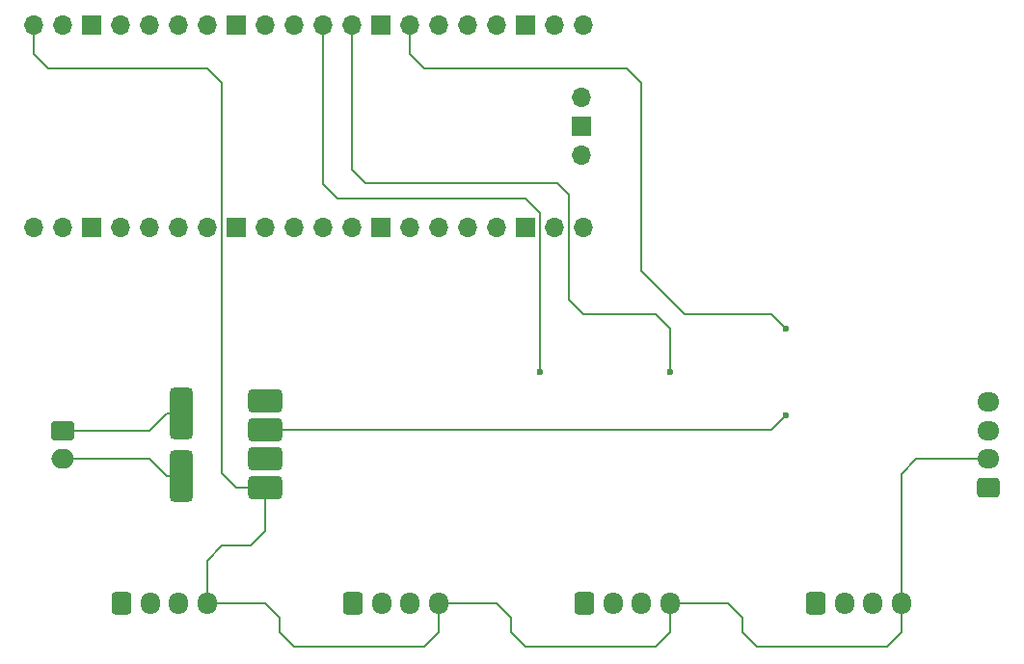
<source format=gbr>
%TF.GenerationSoftware,KiCad,Pcbnew,8.0.5*%
%TF.CreationDate,2025-02-28T15:20:49+09:00*%
%TF.ProjectId,PCB_Sim,5043425f-5369-46d2-9e6b-696361645f70,rev?*%
%TF.SameCoordinates,Original*%
%TF.FileFunction,Copper,L2,Bot*%
%TF.FilePolarity,Positive*%
%FSLAX46Y46*%
G04 Gerber Fmt 4.6, Leading zero omitted, Abs format (unit mm)*
G04 Created by KiCad (PCBNEW 8.0.5) date 2025-02-28 15:20:49*
%MOMM*%
%LPD*%
G01*
G04 APERTURE LIST*
G04 Aperture macros list*
%AMRoundRect*
0 Rectangle with rounded corners*
0 $1 Rounding radius*
0 $2 $3 $4 $5 $6 $7 $8 $9 X,Y pos of 4 corners*
0 Add a 4 corners polygon primitive as box body*
4,1,4,$2,$3,$4,$5,$6,$7,$8,$9,$2,$3,0*
0 Add four circle primitives for the rounded corners*
1,1,$1+$1,$2,$3*
1,1,$1+$1,$4,$5*
1,1,$1+$1,$6,$7*
1,1,$1+$1,$8,$9*
0 Add four rect primitives between the rounded corners*
20,1,$1+$1,$2,$3,$4,$5,0*
20,1,$1+$1,$4,$5,$6,$7,0*
20,1,$1+$1,$6,$7,$8,$9,0*
20,1,$1+$1,$8,$9,$2,$3,0*%
G04 Aperture macros list end*
%TA.AperFunction,ComponentPad*%
%ADD10RoundRect,0.250000X-0.600000X-0.725000X0.600000X-0.725000X0.600000X0.725000X-0.600000X0.725000X0*%
%TD*%
%TA.AperFunction,ComponentPad*%
%ADD11O,1.700000X1.950000*%
%TD*%
%TA.AperFunction,ComponentPad*%
%ADD12RoundRect,0.250000X-0.750000X0.600000X-0.750000X-0.600000X0.750000X-0.600000X0.750000X0.600000X0*%
%TD*%
%TA.AperFunction,ComponentPad*%
%ADD13O,2.000000X1.700000*%
%TD*%
%TA.AperFunction,ComponentPad*%
%ADD14RoundRect,0.328084X1.171916X0.671916X-1.171916X0.671916X-1.171916X-0.671916X1.171916X-0.671916X0*%
%TD*%
%TA.AperFunction,ComponentPad*%
%ADD15RoundRect,0.328084X0.671916X1.921916X-0.671916X1.921916X-0.671916X-1.921916X0.671916X-1.921916X0*%
%TD*%
%TA.AperFunction,ComponentPad*%
%ADD16O,1.700000X1.700000*%
%TD*%
%TA.AperFunction,ComponentPad*%
%ADD17R,1.700000X1.700000*%
%TD*%
%TA.AperFunction,ComponentPad*%
%ADD18RoundRect,0.250000X0.725000X-0.600000X0.725000X0.600000X-0.725000X0.600000X-0.725000X-0.600000X0*%
%TD*%
%TA.AperFunction,ComponentPad*%
%ADD19O,1.950000X1.700000*%
%TD*%
%TA.AperFunction,ViaPad*%
%ADD20C,0.600000*%
%TD*%
%TA.AperFunction,Conductor*%
%ADD21C,0.200000*%
%TD*%
G04 APERTURE END LIST*
D10*
%TO.P,J3,1,Pin_1*%
%TO.N,/GND*%
X134700000Y-116840000D03*
D11*
%TO.P,J3,2,Pin_2*%
%TO.N,/CLK2*%
X137200000Y-116840000D03*
%TO.P,J3,3,Pin_3*%
%TO.N,/DAT2*%
X139700000Y-116840000D03*
%TO.P,J3,4,Pin_4*%
%TO.N,/5V*%
X142200000Y-116840000D03*
%TD*%
D12*
%TO.P,J6,1,Pin_1*%
%TO.N,/SPK-*%
X109220000Y-101640000D03*
D13*
%TO.P,J6,2,Pin_2*%
%TO.N,/SPK+*%
X109220000Y-104140000D03*
%TD*%
D14*
%TO.P,PAM1,1,+V*%
%TO.N,/5V*%
X127000000Y-106680000D03*
%TO.P,PAM1,2,GND*%
%TO.N,/GND*%
X127000000Y-104140000D03*
%TO.P,PAM1,3,in+*%
%TO.N,Net-(PAM1-in+)*%
X127000000Y-101600000D03*
%TO.P,PAM1,4,in-*%
%TO.N,/GND*%
X127000000Y-99060000D03*
D15*
%TO.P,PAM1,5,SPK+*%
%TO.N,/SPK+*%
X119600000Y-105630000D03*
%TO.P,PAM1,6,SPK-*%
%TO.N,/SPK-*%
X119600000Y-100130000D03*
%TD*%
D10*
%TO.P,J5,1,Pin_1*%
%TO.N,/GND*%
X175340000Y-116840000D03*
D11*
%TO.P,J5,2,Pin_2*%
%TO.N,/CLK4*%
X177840000Y-116840000D03*
%TO.P,J5,3,Pin_3*%
%TO.N,/DAT4*%
X180340000Y-116840000D03*
%TO.P,J5,4,Pin_4*%
%TO.N,/5V*%
X182840000Y-116840000D03*
%TD*%
D10*
%TO.P,J2,1,Pin_1*%
%TO.N,/GND*%
X114380000Y-116840000D03*
D11*
%TO.P,J2,2,Pin_2*%
%TO.N,/CLK1*%
X116880000Y-116840000D03*
%TO.P,J2,3,Pin_3*%
%TO.N,/DAT1*%
X119380000Y-116840000D03*
%TO.P,J2,4,Pin_4*%
%TO.N,/5V*%
X121880000Y-116840000D03*
%TD*%
D10*
%TO.P,J4,1,Pin_1*%
%TO.N,/GND*%
X155020000Y-116840000D03*
D11*
%TO.P,J4,2,Pin_2*%
%TO.N,/CLK3*%
X157520000Y-116840000D03*
%TO.P,J4,3,Pin_3*%
%TO.N,/DAT3*%
X160020000Y-116840000D03*
%TO.P,J4,4,Pin_4*%
%TO.N,/5V*%
X162520000Y-116840000D03*
%TD*%
D16*
%TO.P,U1,1,GPIO0*%
%TO.N,unconnected-(U1-GPIO0-Pad1)*%
X106680000Y-83820000D03*
%TO.P,U1,2,GPIO1*%
%TO.N,unconnected-(U1-GPIO1-Pad2)_1*%
X109220000Y-83820000D03*
D17*
%TO.P,U1,3,GND*%
%TO.N,unconnected-(U1-GND-Pad3)_1*%
X111760000Y-83820000D03*
D16*
%TO.P,U1,4,GPIO2*%
%TO.N,/CLK1*%
X114300000Y-83820000D03*
%TO.P,U1,5,GPIO3*%
%TO.N,/DAT1*%
X116840000Y-83820000D03*
%TO.P,U1,6,GPIO4*%
%TO.N,/CLK2*%
X119380000Y-83820000D03*
%TO.P,U1,7,GPIO5*%
%TO.N,/DAT2*%
X121920000Y-83820000D03*
D17*
%TO.P,U1,8,GND*%
%TO.N,unconnected-(U1-GND-Pad8)*%
X124460000Y-83820000D03*
D16*
%TO.P,U1,9,GPIO6*%
%TO.N,/CLK3*%
X127000000Y-83820000D03*
%TO.P,U1,10,GPIO7*%
%TO.N,/DAT3*%
X129540000Y-83820000D03*
%TO.P,U1,11,GPIO8*%
%TO.N,/CLK4*%
X132080000Y-83820000D03*
%TO.P,U1,12,GPIO9*%
%TO.N,/DAT4*%
X134620000Y-83820000D03*
D17*
%TO.P,U1,13,GND*%
%TO.N,unconnected-(U1-GND-Pad13)*%
X137160000Y-83820000D03*
D16*
%TO.P,U1,14,GPIO10*%
%TO.N,unconnected-(U1-GPIO10-Pad14)_1*%
X139700000Y-83820000D03*
%TO.P,U1,15,GPIO11*%
%TO.N,unconnected-(U1-GPIO11-Pad15)_1*%
X142240000Y-83820000D03*
%TO.P,U1,16,GPIO12*%
%TO.N,/PTMR*%
X144780000Y-83820000D03*
%TO.P,U1,17,GPIO13*%
%TO.N,/PRMT*%
X147320000Y-83820000D03*
D17*
%TO.P,U1,18,GND*%
%TO.N,unconnected-(U1-GND-Pad18)_1*%
X149860000Y-83820000D03*
D16*
%TO.P,U1,19,GPIO14*%
%TO.N,unconnected-(U1-GPIO14-Pad19)_1*%
X152400000Y-83820000D03*
%TO.P,U1,20,GPIO15*%
%TO.N,unconnected-(U1-GPIO15-Pad20)_1*%
X154940000Y-83820000D03*
%TO.P,U1,21,GPIO16*%
%TO.N,unconnected-(U1-GPIO16-Pad21)*%
X154940000Y-66040000D03*
%TO.P,U1,22,GPIO17*%
%TO.N,unconnected-(U1-GPIO17-Pad22)_1*%
X152400000Y-66040000D03*
D17*
%TO.P,U1,23,GND*%
%TO.N,unconnected-(U1-GND-Pad23)_1*%
X149860000Y-66040000D03*
D16*
%TO.P,U1,24,GPIO18*%
%TO.N,unconnected-(U1-GPIO18-Pad24)*%
X147320000Y-66040000D03*
%TO.P,U1,25,GPIO19*%
%TO.N,unconnected-(U1-GPIO19-Pad25)_1*%
X144780000Y-66040000D03*
%TO.P,U1,26,GPIO20*%
%TO.N,unconnected-(U1-GPIO20-Pad26)*%
X142240000Y-66040000D03*
%TO.P,U1,27,GPIO21*%
%TO.N,/O_SPK*%
X139700000Y-66040000D03*
D17*
%TO.P,U1,28,GND*%
%TO.N,unconnected-(U1-GND-Pad28)_1*%
X137160000Y-66040000D03*
D16*
%TO.P,U1,29,GPIO22*%
%TO.N,/READY_LED*%
X134620000Y-66040000D03*
%TO.P,U1,30,RUN*%
%TO.N,/RESET_SW*%
X132080000Y-66040000D03*
%TO.P,U1,31,GPIO26_ADC0*%
%TO.N,unconnected-(U1-GPIO26_ADC0-Pad31)_1*%
X129540000Y-66040000D03*
%TO.P,U1,32,GPIO27_ADC1*%
%TO.N,unconnected-(U1-GPIO27_ADC1-Pad32)*%
X127000000Y-66040000D03*
D17*
%TO.P,U1,33,AGND*%
%TO.N,unconnected-(U1-AGND-Pad33)_1*%
X124460000Y-66040000D03*
D16*
%TO.P,U1,34,GPIO28_ADC2*%
%TO.N,unconnected-(U1-GPIO28_ADC2-Pad34)*%
X121920000Y-66040000D03*
%TO.P,U1,35,ADC_VREF*%
%TO.N,unconnected-(U1-ADC_VREF-Pad35)_1*%
X119380000Y-66040000D03*
%TO.P,U1,36,3V3*%
%TO.N,unconnected-(U1-3V3-Pad36)*%
X116840000Y-66040000D03*
%TO.P,U1,37,3V3_EN*%
%TO.N,unconnected-(U1-3V3_EN-Pad37)_1*%
X114300000Y-66040000D03*
D17*
%TO.P,U1,38,GND*%
%TO.N,/GND*%
X111760000Y-66040000D03*
D16*
%TO.P,U1,39,VSYS*%
%TO.N,unconnected-(U1-VSYS-Pad39)_1*%
X109220000Y-66040000D03*
%TO.P,U1,40,VBUS*%
%TO.N,/5V*%
X106680000Y-66040000D03*
%TO.P,U1,41,SWCLK*%
%TO.N,unconnected-(U1-SWCLK-Pad41)_1*%
X154710000Y-77470000D03*
D17*
%TO.P,U1,42,GND*%
%TO.N,unconnected-(U1-GND-Pad42)_1*%
X154710000Y-74930000D03*
D16*
%TO.P,U1,43,SWDIO*%
%TO.N,unconnected-(U1-SWDIO-Pad43)_1*%
X154710000Y-72390000D03*
%TD*%
D18*
%TO.P,J1,1,Pin_1*%
%TO.N,/GND*%
X190500000Y-106640000D03*
D19*
%TO.P,J1,2,Pin_2*%
%TO.N,/5V*%
X190500000Y-104140000D03*
%TO.P,J1,3,Pin_3*%
%TO.N,/PTMR*%
X190500000Y-101640000D03*
%TO.P,J1,4,Pin_4*%
%TO.N,/PRMT*%
X190500000Y-99140000D03*
%TD*%
D20*
%TO.N,/RESET_SW*%
X151130000Y-96520000D03*
%TO.N,/O_SPK*%
X172720000Y-92710000D03*
%TO.N,/READY_LED*%
X162560000Y-96520000D03*
%TO.N,Net-(PAM1-in+)*%
X172720000Y-100330000D03*
%TD*%
D21*
%TO.N,/RESET_SW*%
X133350000Y-81280000D02*
X132080000Y-80010000D01*
X132080000Y-80010000D02*
X132080000Y-66040000D01*
X151130000Y-96520000D02*
X151130000Y-82550000D01*
X149860000Y-81280000D02*
X133350000Y-81280000D01*
X151130000Y-82550000D02*
X149860000Y-81280000D01*
%TO.N,/O_SPK*%
X160020000Y-71120000D02*
X158750000Y-69850000D01*
X171450000Y-91440000D02*
X163830000Y-91440000D01*
X139700000Y-68580000D02*
X139700000Y-66040000D01*
X163830000Y-91440000D02*
X160020000Y-87630000D01*
X158750000Y-69850000D02*
X140970000Y-69850000D01*
X172720000Y-92710000D02*
X171450000Y-91440000D01*
X160020000Y-87630000D02*
X160020000Y-71120000D01*
X140970000Y-69850000D02*
X139700000Y-68580000D01*
%TO.N,/5V*%
X129540000Y-120650000D02*
X140970000Y-120650000D01*
X128270000Y-119380000D02*
X129540000Y-120650000D01*
X162520000Y-116840000D02*
X167640000Y-116840000D01*
X168910000Y-118110000D02*
X168910000Y-119380000D01*
X121880000Y-113070000D02*
X123190000Y-111760000D01*
X162520000Y-118070000D02*
X162520000Y-116840000D01*
X106680000Y-66040000D02*
X106680000Y-68580000D01*
X182880000Y-119380000D02*
X182880000Y-118110000D01*
X142240000Y-118110000D02*
X142200000Y-118070000D01*
X170180000Y-120650000D02*
X181610000Y-120650000D01*
X140970000Y-120650000D02*
X142240000Y-119380000D01*
X123190000Y-71120000D02*
X121920000Y-69850000D01*
X124460000Y-106680000D02*
X123190000Y-105410000D01*
X127000000Y-110490000D02*
X127000000Y-106680000D01*
X127000000Y-116840000D02*
X128270000Y-118110000D01*
X142200000Y-118070000D02*
X142200000Y-116840000D01*
X142240000Y-119380000D02*
X142240000Y-118110000D01*
X182840000Y-116840000D02*
X182840000Y-105450000D01*
X148590000Y-119380000D02*
X149860000Y-120650000D01*
X182840000Y-118070000D02*
X182840000Y-116840000D01*
X125730000Y-111760000D02*
X127000000Y-110490000D01*
X123190000Y-111760000D02*
X125730000Y-111760000D01*
X148590000Y-118110000D02*
X148590000Y-119380000D01*
X106680000Y-68580000D02*
X107950000Y-69850000D01*
X184150000Y-104140000D02*
X190500000Y-104140000D01*
X121880000Y-116840000D02*
X127000000Y-116840000D01*
X182840000Y-105450000D02*
X184150000Y-104140000D01*
X123190000Y-105410000D02*
X123190000Y-71120000D01*
X128270000Y-118110000D02*
X128270000Y-119380000D01*
X142200000Y-116840000D02*
X147320000Y-116840000D01*
X121920000Y-69850000D02*
X107950000Y-69850000D01*
X147320000Y-116840000D02*
X148590000Y-118110000D01*
X168910000Y-119380000D02*
X170180000Y-120650000D01*
X161290000Y-120650000D02*
X162560000Y-119380000D01*
X162560000Y-119380000D02*
X162560000Y-118110000D01*
X167640000Y-116840000D02*
X168910000Y-118110000D01*
X181610000Y-120650000D02*
X182880000Y-119380000D01*
X127000000Y-106680000D02*
X124460000Y-106680000D01*
X182880000Y-118110000D02*
X182840000Y-118070000D01*
X162560000Y-118110000D02*
X162520000Y-118070000D01*
X149860000Y-120650000D02*
X161290000Y-120650000D01*
X121880000Y-116840000D02*
X121880000Y-113070000D01*
%TO.N,/READY_LED*%
X154940000Y-91440000D02*
X153670000Y-90170000D01*
X153670000Y-90170000D02*
X153670000Y-80923654D01*
X135780000Y-79900000D02*
X134620000Y-78740000D01*
X134620000Y-78740000D02*
X134620000Y-66040000D01*
X152646346Y-79900000D02*
X135780000Y-79900000D01*
X162560000Y-96520000D02*
X162560000Y-92710000D01*
X162560000Y-92710000D02*
X161290000Y-91440000D01*
X161290000Y-91440000D02*
X154940000Y-91440000D01*
X153670000Y-80923654D02*
X152646346Y-79900000D01*
%TO.N,/SPK-*%
X109220000Y-101640000D02*
X116800000Y-101640000D01*
X118310000Y-100130000D02*
X119600000Y-100130000D01*
X116800000Y-101640000D02*
X118310000Y-100130000D01*
%TO.N,Net-(PAM1-in+)*%
X171450000Y-101600000D02*
X127000000Y-101600000D01*
X172720000Y-100330000D02*
X171450000Y-101600000D01*
%TO.N,/SPK+*%
X118330000Y-105630000D02*
X119600000Y-105630000D01*
X116840000Y-104140000D02*
X118330000Y-105630000D01*
X109220000Y-104140000D02*
X116840000Y-104140000D01*
%TD*%
M02*

</source>
